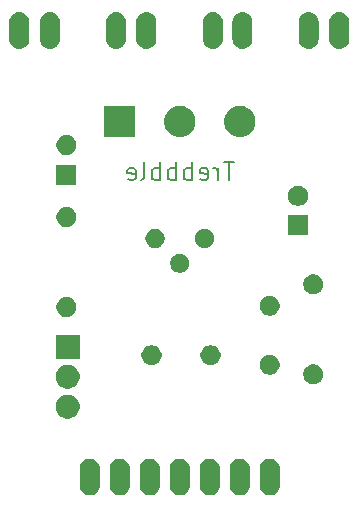
<source format=gbr>
G04 #@! TF.GenerationSoftware,KiCad,Pcbnew,(5.1.5-0-10_14)*
G04 #@! TF.CreationDate,2021-09-14T17:31:05+02:00*
G04 #@! TF.ProjectId,npnium,6e706e69-756d-42e6-9b69-6361645f7063,rev?*
G04 #@! TF.SameCoordinates,Original*
G04 #@! TF.FileFunction,Soldermask,Bot*
G04 #@! TF.FilePolarity,Negative*
%FSLAX46Y46*%
G04 Gerber Fmt 4.6, Leading zero omitted, Abs format (unit mm)*
G04 Created by KiCad (PCBNEW (5.1.5-0-10_14)) date 2021-09-14 17:31:05*
%MOMM*%
%LPD*%
G04 APERTURE LIST*
%ADD10C,0.180000*%
%ADD11C,0.100000*%
G04 APERTURE END LIST*
D10*
X104607142Y-81878571D02*
X103750000Y-81878571D01*
X104178571Y-83378571D02*
X104178571Y-81878571D01*
X103250000Y-83378571D02*
X103250000Y-82378571D01*
X103250000Y-82664285D02*
X103178571Y-82521428D01*
X103107142Y-82450000D01*
X102964285Y-82378571D01*
X102821428Y-82378571D01*
X101750000Y-83307142D02*
X101892857Y-83378571D01*
X102178571Y-83378571D01*
X102321428Y-83307142D01*
X102392857Y-83164285D01*
X102392857Y-82592857D01*
X102321428Y-82450000D01*
X102178571Y-82378571D01*
X101892857Y-82378571D01*
X101750000Y-82450000D01*
X101678571Y-82592857D01*
X101678571Y-82735714D01*
X102392857Y-82878571D01*
X101035714Y-83378571D02*
X101035714Y-81878571D01*
X101035714Y-82450000D02*
X100892857Y-82378571D01*
X100607142Y-82378571D01*
X100464285Y-82450000D01*
X100392857Y-82521428D01*
X100321428Y-82664285D01*
X100321428Y-83092857D01*
X100392857Y-83235714D01*
X100464285Y-83307142D01*
X100607142Y-83378571D01*
X100892857Y-83378571D01*
X101035714Y-83307142D01*
X99678571Y-83378571D02*
X99678571Y-81878571D01*
X99678571Y-82450000D02*
X99535714Y-82378571D01*
X99250000Y-82378571D01*
X99107142Y-82450000D01*
X99035714Y-82521428D01*
X98964285Y-82664285D01*
X98964285Y-83092857D01*
X99035714Y-83235714D01*
X99107142Y-83307142D01*
X99250000Y-83378571D01*
X99535714Y-83378571D01*
X99678571Y-83307142D01*
X98321428Y-83378571D02*
X98321428Y-81878571D01*
X98321428Y-82450000D02*
X98178571Y-82378571D01*
X97892857Y-82378571D01*
X97750000Y-82450000D01*
X97678571Y-82521428D01*
X97607142Y-82664285D01*
X97607142Y-83092857D01*
X97678571Y-83235714D01*
X97750000Y-83307142D01*
X97892857Y-83378571D01*
X98178571Y-83378571D01*
X98321428Y-83307142D01*
X96750000Y-83378571D02*
X96892857Y-83307142D01*
X96964285Y-83164285D01*
X96964285Y-81878571D01*
X95607142Y-83307142D02*
X95750000Y-83378571D01*
X96035714Y-83378571D01*
X96178571Y-83307142D01*
X96250000Y-83164285D01*
X96250000Y-82592857D01*
X96178571Y-82450000D01*
X96035714Y-82378571D01*
X95750000Y-82378571D01*
X95607142Y-82450000D01*
X95535714Y-82592857D01*
X95535714Y-82735714D01*
X96250000Y-82878571D01*
D11*
G36*
X92546822Y-106961313D02*
G01*
X92707241Y-107009976D01*
X92855077Y-107088995D01*
X92984659Y-107195341D01*
X93091004Y-107324922D01*
X93091005Y-107324924D01*
X93170024Y-107472758D01*
X93218687Y-107633177D01*
X93231000Y-107758196D01*
X93231000Y-109241804D01*
X93218687Y-109366823D01*
X93170024Y-109527242D01*
X93099114Y-109659906D01*
X93091004Y-109675078D01*
X92984659Y-109804659D01*
X92855078Y-109911004D01*
X92855076Y-109911005D01*
X92707242Y-109990024D01*
X92546823Y-110038687D01*
X92380000Y-110055117D01*
X92213178Y-110038687D01*
X92052759Y-109990024D01*
X91904925Y-109911005D01*
X91904923Y-109911004D01*
X91775342Y-109804659D01*
X91668997Y-109675078D01*
X91660887Y-109659906D01*
X91589977Y-109527242D01*
X91541314Y-109366823D01*
X91529001Y-109241804D01*
X91529000Y-107758197D01*
X91541313Y-107633178D01*
X91589976Y-107472759D01*
X91668995Y-107324923D01*
X91775341Y-107195341D01*
X91904922Y-107088996D01*
X91920094Y-107080886D01*
X92052758Y-107009976D01*
X92213177Y-106961313D01*
X92380000Y-106944883D01*
X92546822Y-106961313D01*
G37*
G36*
X95086822Y-106961313D02*
G01*
X95247241Y-107009976D01*
X95395077Y-107088995D01*
X95524659Y-107195341D01*
X95631004Y-107324922D01*
X95631005Y-107324924D01*
X95710024Y-107472758D01*
X95758687Y-107633177D01*
X95771000Y-107758196D01*
X95771000Y-109241804D01*
X95758687Y-109366823D01*
X95710024Y-109527242D01*
X95639114Y-109659906D01*
X95631004Y-109675078D01*
X95524659Y-109804659D01*
X95395078Y-109911004D01*
X95395076Y-109911005D01*
X95247242Y-109990024D01*
X95086823Y-110038687D01*
X94920000Y-110055117D01*
X94753178Y-110038687D01*
X94592759Y-109990024D01*
X94444925Y-109911005D01*
X94444923Y-109911004D01*
X94315342Y-109804659D01*
X94208997Y-109675078D01*
X94200887Y-109659906D01*
X94129977Y-109527242D01*
X94081314Y-109366823D01*
X94069001Y-109241804D01*
X94069000Y-107758197D01*
X94081313Y-107633178D01*
X94129976Y-107472759D01*
X94208995Y-107324923D01*
X94315341Y-107195341D01*
X94444922Y-107088996D01*
X94460094Y-107080886D01*
X94592758Y-107009976D01*
X94753177Y-106961313D01*
X94920000Y-106944883D01*
X95086822Y-106961313D01*
G37*
G36*
X97626822Y-106961313D02*
G01*
X97787241Y-107009976D01*
X97935077Y-107088995D01*
X98064659Y-107195341D01*
X98171004Y-107324922D01*
X98171005Y-107324924D01*
X98250024Y-107472758D01*
X98298687Y-107633177D01*
X98311000Y-107758196D01*
X98311000Y-109241804D01*
X98298687Y-109366823D01*
X98250024Y-109527242D01*
X98179114Y-109659906D01*
X98171004Y-109675078D01*
X98064659Y-109804659D01*
X97935078Y-109911004D01*
X97935076Y-109911005D01*
X97787242Y-109990024D01*
X97626823Y-110038687D01*
X97460000Y-110055117D01*
X97293178Y-110038687D01*
X97132759Y-109990024D01*
X96984925Y-109911005D01*
X96984923Y-109911004D01*
X96855342Y-109804659D01*
X96748997Y-109675078D01*
X96740887Y-109659906D01*
X96669977Y-109527242D01*
X96621314Y-109366823D01*
X96609001Y-109241804D01*
X96609000Y-107758197D01*
X96621313Y-107633178D01*
X96669976Y-107472759D01*
X96748995Y-107324923D01*
X96855341Y-107195341D01*
X96984922Y-107088996D01*
X97000094Y-107080886D01*
X97132758Y-107009976D01*
X97293177Y-106961313D01*
X97460000Y-106944883D01*
X97626822Y-106961313D01*
G37*
G36*
X100166822Y-106961313D02*
G01*
X100327241Y-107009976D01*
X100475077Y-107088995D01*
X100604659Y-107195341D01*
X100711004Y-107324922D01*
X100711005Y-107324924D01*
X100790024Y-107472758D01*
X100838687Y-107633177D01*
X100851000Y-107758196D01*
X100851000Y-109241804D01*
X100838687Y-109366823D01*
X100790024Y-109527242D01*
X100719114Y-109659906D01*
X100711004Y-109675078D01*
X100604659Y-109804659D01*
X100475078Y-109911004D01*
X100475076Y-109911005D01*
X100327242Y-109990024D01*
X100166823Y-110038687D01*
X100000000Y-110055117D01*
X99833178Y-110038687D01*
X99672759Y-109990024D01*
X99524925Y-109911005D01*
X99524923Y-109911004D01*
X99395342Y-109804659D01*
X99288997Y-109675078D01*
X99280887Y-109659906D01*
X99209977Y-109527242D01*
X99161314Y-109366823D01*
X99149001Y-109241804D01*
X99149000Y-107758197D01*
X99161313Y-107633178D01*
X99209976Y-107472759D01*
X99288995Y-107324923D01*
X99395341Y-107195341D01*
X99524922Y-107088996D01*
X99540094Y-107080886D01*
X99672758Y-107009976D01*
X99833177Y-106961313D01*
X100000000Y-106944883D01*
X100166822Y-106961313D01*
G37*
G36*
X102706822Y-106961313D02*
G01*
X102867241Y-107009976D01*
X103015077Y-107088995D01*
X103144659Y-107195341D01*
X103251004Y-107324922D01*
X103251005Y-107324924D01*
X103330024Y-107472758D01*
X103378687Y-107633177D01*
X103391000Y-107758196D01*
X103391000Y-109241804D01*
X103378687Y-109366823D01*
X103330024Y-109527242D01*
X103259114Y-109659906D01*
X103251004Y-109675078D01*
X103144659Y-109804659D01*
X103015078Y-109911004D01*
X103015076Y-109911005D01*
X102867242Y-109990024D01*
X102706823Y-110038687D01*
X102540000Y-110055117D01*
X102373178Y-110038687D01*
X102212759Y-109990024D01*
X102064925Y-109911005D01*
X102064923Y-109911004D01*
X101935342Y-109804659D01*
X101828997Y-109675078D01*
X101820887Y-109659906D01*
X101749977Y-109527242D01*
X101701314Y-109366823D01*
X101689001Y-109241804D01*
X101689000Y-107758197D01*
X101701313Y-107633178D01*
X101749976Y-107472759D01*
X101828995Y-107324923D01*
X101935341Y-107195341D01*
X102064922Y-107088996D01*
X102080094Y-107080886D01*
X102212758Y-107009976D01*
X102373177Y-106961313D01*
X102540000Y-106944883D01*
X102706822Y-106961313D01*
G37*
G36*
X105246822Y-106961313D02*
G01*
X105407241Y-107009976D01*
X105555077Y-107088995D01*
X105684659Y-107195341D01*
X105791004Y-107324922D01*
X105791005Y-107324924D01*
X105870024Y-107472758D01*
X105918687Y-107633177D01*
X105931000Y-107758196D01*
X105931000Y-109241804D01*
X105918687Y-109366823D01*
X105870024Y-109527242D01*
X105799114Y-109659906D01*
X105791004Y-109675078D01*
X105684659Y-109804659D01*
X105555078Y-109911004D01*
X105555076Y-109911005D01*
X105407242Y-109990024D01*
X105246823Y-110038687D01*
X105080000Y-110055117D01*
X104913178Y-110038687D01*
X104752759Y-109990024D01*
X104604925Y-109911005D01*
X104604923Y-109911004D01*
X104475342Y-109804659D01*
X104368997Y-109675078D01*
X104360887Y-109659906D01*
X104289977Y-109527242D01*
X104241314Y-109366823D01*
X104229001Y-109241804D01*
X104229000Y-107758197D01*
X104241313Y-107633178D01*
X104289976Y-107472759D01*
X104368995Y-107324923D01*
X104475341Y-107195341D01*
X104604922Y-107088996D01*
X104620094Y-107080886D01*
X104752758Y-107009976D01*
X104913177Y-106961313D01*
X105080000Y-106944883D01*
X105246822Y-106961313D01*
G37*
G36*
X107786822Y-106961313D02*
G01*
X107947241Y-107009976D01*
X108095077Y-107088995D01*
X108224659Y-107195341D01*
X108331004Y-107324922D01*
X108331005Y-107324924D01*
X108410024Y-107472758D01*
X108458687Y-107633177D01*
X108471000Y-107758196D01*
X108471000Y-109241804D01*
X108458687Y-109366823D01*
X108410024Y-109527242D01*
X108339114Y-109659906D01*
X108331004Y-109675078D01*
X108224659Y-109804659D01*
X108095078Y-109911004D01*
X108095076Y-109911005D01*
X107947242Y-109990024D01*
X107786823Y-110038687D01*
X107620000Y-110055117D01*
X107453178Y-110038687D01*
X107292759Y-109990024D01*
X107144925Y-109911005D01*
X107144923Y-109911004D01*
X107015342Y-109804659D01*
X106908997Y-109675078D01*
X106900887Y-109659906D01*
X106829977Y-109527242D01*
X106781314Y-109366823D01*
X106769001Y-109241804D01*
X106769000Y-107758197D01*
X106781313Y-107633178D01*
X106829976Y-107472759D01*
X106908995Y-107324923D01*
X107015341Y-107195341D01*
X107144922Y-107088996D01*
X107160094Y-107080886D01*
X107292758Y-107009976D01*
X107453177Y-106961313D01*
X107620000Y-106944883D01*
X107786822Y-106961313D01*
G37*
G36*
X90796415Y-101562851D02*
G01*
X90981350Y-101639454D01*
X90981351Y-101639455D01*
X91147790Y-101750666D01*
X91289334Y-101892210D01*
X91289335Y-101892212D01*
X91400546Y-102058650D01*
X91477149Y-102243585D01*
X91516200Y-102439912D01*
X91516200Y-102640088D01*
X91477149Y-102836415D01*
X91400546Y-103021350D01*
X91400545Y-103021351D01*
X91289334Y-103187790D01*
X91147790Y-103329334D01*
X91064004Y-103385318D01*
X90981350Y-103440546D01*
X90796415Y-103517149D01*
X90600088Y-103556200D01*
X90399912Y-103556200D01*
X90203585Y-103517149D01*
X90018650Y-103440546D01*
X89935996Y-103385318D01*
X89852210Y-103329334D01*
X89710666Y-103187790D01*
X89599455Y-103021351D01*
X89599454Y-103021350D01*
X89522851Y-102836415D01*
X89483800Y-102640088D01*
X89483800Y-102439912D01*
X89522851Y-102243585D01*
X89599454Y-102058650D01*
X89710665Y-101892212D01*
X89710666Y-101892210D01*
X89852210Y-101750666D01*
X90018649Y-101639455D01*
X90018650Y-101639454D01*
X90203585Y-101562851D01*
X90399912Y-101523800D01*
X90600088Y-101523800D01*
X90796415Y-101562851D01*
G37*
G36*
X90796415Y-99022851D02*
G01*
X90981350Y-99099454D01*
X90981351Y-99099455D01*
X91147790Y-99210666D01*
X91289334Y-99352210D01*
X91332558Y-99416900D01*
X91400546Y-99518650D01*
X91477149Y-99703585D01*
X91516200Y-99899912D01*
X91516200Y-100100088D01*
X91477149Y-100296415D01*
X91400546Y-100481350D01*
X91400545Y-100481351D01*
X91289334Y-100647790D01*
X91147790Y-100789334D01*
X91064004Y-100845318D01*
X90981350Y-100900546D01*
X90796415Y-100977149D01*
X90600088Y-101016200D01*
X90399912Y-101016200D01*
X90203585Y-100977149D01*
X90018650Y-100900546D01*
X89935996Y-100845318D01*
X89852210Y-100789334D01*
X89710666Y-100647790D01*
X89599455Y-100481351D01*
X89599454Y-100481350D01*
X89522851Y-100296415D01*
X89483800Y-100100088D01*
X89483800Y-99899912D01*
X89522851Y-99703585D01*
X89599454Y-99518650D01*
X89667442Y-99416900D01*
X89710666Y-99352210D01*
X89852210Y-99210666D01*
X90018649Y-99099455D01*
X90018650Y-99099454D01*
X90203585Y-99022851D01*
X90399912Y-98983800D01*
X90600088Y-98983800D01*
X90796415Y-99022851D01*
G37*
G36*
X111548228Y-99001703D02*
G01*
X111703100Y-99065853D01*
X111842481Y-99158985D01*
X111961015Y-99277519D01*
X112054147Y-99416900D01*
X112118297Y-99571772D01*
X112151000Y-99736184D01*
X112151000Y-99903816D01*
X112118297Y-100068228D01*
X112054147Y-100223100D01*
X111961015Y-100362481D01*
X111842481Y-100481015D01*
X111703100Y-100574147D01*
X111548228Y-100638297D01*
X111383816Y-100671000D01*
X111216184Y-100671000D01*
X111051772Y-100638297D01*
X110896900Y-100574147D01*
X110757519Y-100481015D01*
X110638985Y-100362481D01*
X110545853Y-100223100D01*
X110481703Y-100068228D01*
X110449000Y-99903816D01*
X110449000Y-99736184D01*
X110481703Y-99571772D01*
X110545853Y-99416900D01*
X110638985Y-99277519D01*
X110757519Y-99158985D01*
X110896900Y-99065853D01*
X111051772Y-99001703D01*
X111216184Y-98969000D01*
X111383816Y-98969000D01*
X111548228Y-99001703D01*
G37*
G36*
X107848228Y-98181703D02*
G01*
X108003100Y-98245853D01*
X108142481Y-98338985D01*
X108261015Y-98457519D01*
X108354147Y-98596900D01*
X108418297Y-98751772D01*
X108451000Y-98916184D01*
X108451000Y-99083816D01*
X108418297Y-99248228D01*
X108354147Y-99403100D01*
X108261015Y-99542481D01*
X108142481Y-99661015D01*
X108003100Y-99754147D01*
X107848228Y-99818297D01*
X107683816Y-99851000D01*
X107516184Y-99851000D01*
X107351772Y-99818297D01*
X107196900Y-99754147D01*
X107057519Y-99661015D01*
X106938985Y-99542481D01*
X106845853Y-99403100D01*
X106781703Y-99248228D01*
X106749000Y-99083816D01*
X106749000Y-98916184D01*
X106781703Y-98751772D01*
X106845853Y-98596900D01*
X106938985Y-98457519D01*
X107057519Y-98338985D01*
X107196900Y-98245853D01*
X107351772Y-98181703D01*
X107516184Y-98149000D01*
X107683816Y-98149000D01*
X107848228Y-98181703D01*
G37*
G36*
X97848228Y-97381703D02*
G01*
X98003100Y-97445853D01*
X98142481Y-97538985D01*
X98261015Y-97657519D01*
X98354147Y-97796900D01*
X98418297Y-97951772D01*
X98451000Y-98116184D01*
X98451000Y-98283816D01*
X98418297Y-98448228D01*
X98354147Y-98603100D01*
X98261015Y-98742481D01*
X98142481Y-98861015D01*
X98003100Y-98954147D01*
X97848228Y-99018297D01*
X97683816Y-99051000D01*
X97516184Y-99051000D01*
X97351772Y-99018297D01*
X97196900Y-98954147D01*
X97057519Y-98861015D01*
X96938985Y-98742481D01*
X96845853Y-98603100D01*
X96781703Y-98448228D01*
X96749000Y-98283816D01*
X96749000Y-98116184D01*
X96781703Y-97951772D01*
X96845853Y-97796900D01*
X96938985Y-97657519D01*
X97057519Y-97538985D01*
X97196900Y-97445853D01*
X97351772Y-97381703D01*
X97516184Y-97349000D01*
X97683816Y-97349000D01*
X97848228Y-97381703D01*
G37*
G36*
X102848228Y-97381703D02*
G01*
X103003100Y-97445853D01*
X103142481Y-97538985D01*
X103261015Y-97657519D01*
X103354147Y-97796900D01*
X103418297Y-97951772D01*
X103451000Y-98116184D01*
X103451000Y-98283816D01*
X103418297Y-98448228D01*
X103354147Y-98603100D01*
X103261015Y-98742481D01*
X103142481Y-98861015D01*
X103003100Y-98954147D01*
X102848228Y-99018297D01*
X102683816Y-99051000D01*
X102516184Y-99051000D01*
X102351772Y-99018297D01*
X102196900Y-98954147D01*
X102057519Y-98861015D01*
X101938985Y-98742481D01*
X101845853Y-98603100D01*
X101781703Y-98448228D01*
X101749000Y-98283816D01*
X101749000Y-98116184D01*
X101781703Y-97951772D01*
X101845853Y-97796900D01*
X101938985Y-97657519D01*
X102057519Y-97538985D01*
X102196900Y-97445853D01*
X102351772Y-97381703D01*
X102516184Y-97349000D01*
X102683816Y-97349000D01*
X102848228Y-97381703D01*
G37*
G36*
X91516200Y-98476200D02*
G01*
X89483800Y-98476200D01*
X89483800Y-96443800D01*
X91516200Y-96443800D01*
X91516200Y-98476200D01*
G37*
G36*
X90648228Y-93301703D02*
G01*
X90803100Y-93365853D01*
X90942481Y-93458985D01*
X91061015Y-93577519D01*
X91154147Y-93716900D01*
X91218297Y-93871772D01*
X91251000Y-94036184D01*
X91251000Y-94203816D01*
X91218297Y-94368228D01*
X91154147Y-94523100D01*
X91061015Y-94662481D01*
X90942481Y-94781015D01*
X90803100Y-94874147D01*
X90648228Y-94938297D01*
X90483816Y-94971000D01*
X90316184Y-94971000D01*
X90151772Y-94938297D01*
X89996900Y-94874147D01*
X89857519Y-94781015D01*
X89738985Y-94662481D01*
X89645853Y-94523100D01*
X89581703Y-94368228D01*
X89549000Y-94203816D01*
X89549000Y-94036184D01*
X89581703Y-93871772D01*
X89645853Y-93716900D01*
X89738985Y-93577519D01*
X89857519Y-93458985D01*
X89996900Y-93365853D01*
X90151772Y-93301703D01*
X90316184Y-93269000D01*
X90483816Y-93269000D01*
X90648228Y-93301703D01*
G37*
G36*
X107848228Y-93181703D02*
G01*
X108003100Y-93245853D01*
X108142481Y-93338985D01*
X108261015Y-93457519D01*
X108354147Y-93596900D01*
X108418297Y-93751772D01*
X108451000Y-93916184D01*
X108451000Y-94083816D01*
X108418297Y-94248228D01*
X108354147Y-94403100D01*
X108261015Y-94542481D01*
X108142481Y-94661015D01*
X108003100Y-94754147D01*
X107848228Y-94818297D01*
X107683816Y-94851000D01*
X107516184Y-94851000D01*
X107351772Y-94818297D01*
X107196900Y-94754147D01*
X107057519Y-94661015D01*
X106938985Y-94542481D01*
X106845853Y-94403100D01*
X106781703Y-94248228D01*
X106749000Y-94083816D01*
X106749000Y-93916184D01*
X106781703Y-93751772D01*
X106845853Y-93596900D01*
X106938985Y-93457519D01*
X107057519Y-93338985D01*
X107196900Y-93245853D01*
X107351772Y-93181703D01*
X107516184Y-93149000D01*
X107683816Y-93149000D01*
X107848228Y-93181703D01*
G37*
G36*
X111548228Y-91381703D02*
G01*
X111703100Y-91445853D01*
X111842481Y-91538985D01*
X111961015Y-91657519D01*
X112054147Y-91796900D01*
X112118297Y-91951772D01*
X112151000Y-92116184D01*
X112151000Y-92283816D01*
X112118297Y-92448228D01*
X112054147Y-92603100D01*
X111961015Y-92742481D01*
X111842481Y-92861015D01*
X111703100Y-92954147D01*
X111548228Y-93018297D01*
X111383816Y-93051000D01*
X111216184Y-93051000D01*
X111051772Y-93018297D01*
X110896900Y-92954147D01*
X110757519Y-92861015D01*
X110638985Y-92742481D01*
X110545853Y-92603100D01*
X110481703Y-92448228D01*
X110449000Y-92283816D01*
X110449000Y-92116184D01*
X110481703Y-91951772D01*
X110545853Y-91796900D01*
X110638985Y-91657519D01*
X110757519Y-91538985D01*
X110896900Y-91445853D01*
X111051772Y-91381703D01*
X111216184Y-91349000D01*
X111383816Y-91349000D01*
X111548228Y-91381703D01*
G37*
G36*
X100237142Y-89618242D02*
G01*
X100385101Y-89679529D01*
X100518255Y-89768499D01*
X100631501Y-89881745D01*
X100720471Y-90014899D01*
X100781758Y-90162858D01*
X100813000Y-90319925D01*
X100813000Y-90480075D01*
X100781758Y-90637142D01*
X100720471Y-90785101D01*
X100631501Y-90918255D01*
X100518255Y-91031501D01*
X100385101Y-91120471D01*
X100237142Y-91181758D01*
X100080075Y-91213000D01*
X99919925Y-91213000D01*
X99762858Y-91181758D01*
X99614899Y-91120471D01*
X99481745Y-91031501D01*
X99368499Y-90918255D01*
X99279529Y-90785101D01*
X99218242Y-90637142D01*
X99187000Y-90480075D01*
X99187000Y-90319925D01*
X99218242Y-90162858D01*
X99279529Y-90014899D01*
X99368499Y-89881745D01*
X99481745Y-89768499D01*
X99614899Y-89679529D01*
X99762858Y-89618242D01*
X99919925Y-89587000D01*
X100080075Y-89587000D01*
X100237142Y-89618242D01*
G37*
G36*
X102337142Y-87518242D02*
G01*
X102485101Y-87579529D01*
X102618255Y-87668499D01*
X102731501Y-87781745D01*
X102820471Y-87914899D01*
X102881758Y-88062858D01*
X102913000Y-88219925D01*
X102913000Y-88380075D01*
X102881758Y-88537142D01*
X102820471Y-88685101D01*
X102731501Y-88818255D01*
X102618255Y-88931501D01*
X102485101Y-89020471D01*
X102337142Y-89081758D01*
X102180075Y-89113000D01*
X102019925Y-89113000D01*
X101862858Y-89081758D01*
X101714899Y-89020471D01*
X101581745Y-88931501D01*
X101468499Y-88818255D01*
X101379529Y-88685101D01*
X101318242Y-88537142D01*
X101287000Y-88380075D01*
X101287000Y-88219925D01*
X101318242Y-88062858D01*
X101379529Y-87914899D01*
X101468499Y-87781745D01*
X101581745Y-87668499D01*
X101714899Y-87579529D01*
X101862858Y-87518242D01*
X102019925Y-87487000D01*
X102180075Y-87487000D01*
X102337142Y-87518242D01*
G37*
G36*
X98137142Y-87518242D02*
G01*
X98285101Y-87579529D01*
X98418255Y-87668499D01*
X98531501Y-87781745D01*
X98620471Y-87914899D01*
X98681758Y-88062858D01*
X98713000Y-88219925D01*
X98713000Y-88380075D01*
X98681758Y-88537142D01*
X98620471Y-88685101D01*
X98531501Y-88818255D01*
X98418255Y-88931501D01*
X98285101Y-89020471D01*
X98137142Y-89081758D01*
X97980075Y-89113000D01*
X97819925Y-89113000D01*
X97662858Y-89081758D01*
X97514899Y-89020471D01*
X97381745Y-88931501D01*
X97268499Y-88818255D01*
X97179529Y-88685101D01*
X97118242Y-88537142D01*
X97087000Y-88380075D01*
X97087000Y-88219925D01*
X97118242Y-88062858D01*
X97179529Y-87914899D01*
X97268499Y-87781745D01*
X97381745Y-87668499D01*
X97514899Y-87579529D01*
X97662858Y-87518242D01*
X97819925Y-87487000D01*
X97980075Y-87487000D01*
X98137142Y-87518242D01*
G37*
G36*
X110851000Y-88051000D02*
G01*
X109149000Y-88051000D01*
X109149000Y-86349000D01*
X110851000Y-86349000D01*
X110851000Y-88051000D01*
G37*
G36*
X90648228Y-85681703D02*
G01*
X90803100Y-85745853D01*
X90942481Y-85838985D01*
X91061015Y-85957519D01*
X91154147Y-86096900D01*
X91218297Y-86251772D01*
X91251000Y-86416184D01*
X91251000Y-86583816D01*
X91218297Y-86748228D01*
X91154147Y-86903100D01*
X91061015Y-87042481D01*
X90942481Y-87161015D01*
X90803100Y-87254147D01*
X90648228Y-87318297D01*
X90483816Y-87351000D01*
X90316184Y-87351000D01*
X90151772Y-87318297D01*
X89996900Y-87254147D01*
X89857519Y-87161015D01*
X89738985Y-87042481D01*
X89645853Y-86903100D01*
X89581703Y-86748228D01*
X89549000Y-86583816D01*
X89549000Y-86416184D01*
X89581703Y-86251772D01*
X89645853Y-86096900D01*
X89738985Y-85957519D01*
X89857519Y-85838985D01*
X89996900Y-85745853D01*
X90151772Y-85681703D01*
X90316184Y-85649000D01*
X90483816Y-85649000D01*
X90648228Y-85681703D01*
G37*
G36*
X110248228Y-83881703D02*
G01*
X110403100Y-83945853D01*
X110542481Y-84038985D01*
X110661015Y-84157519D01*
X110754147Y-84296900D01*
X110818297Y-84451772D01*
X110851000Y-84616184D01*
X110851000Y-84783816D01*
X110818297Y-84948228D01*
X110754147Y-85103100D01*
X110661015Y-85242481D01*
X110542481Y-85361015D01*
X110403100Y-85454147D01*
X110248228Y-85518297D01*
X110083816Y-85551000D01*
X109916184Y-85551000D01*
X109751772Y-85518297D01*
X109596900Y-85454147D01*
X109457519Y-85361015D01*
X109338985Y-85242481D01*
X109245853Y-85103100D01*
X109181703Y-84948228D01*
X109149000Y-84783816D01*
X109149000Y-84616184D01*
X109181703Y-84451772D01*
X109245853Y-84296900D01*
X109338985Y-84157519D01*
X109457519Y-84038985D01*
X109596900Y-83945853D01*
X109751772Y-83881703D01*
X109916184Y-83849000D01*
X110083816Y-83849000D01*
X110248228Y-83881703D01*
G37*
G36*
X91251000Y-83751000D02*
G01*
X89549000Y-83751000D01*
X89549000Y-82049000D01*
X91251000Y-82049000D01*
X91251000Y-83751000D01*
G37*
G36*
X90648228Y-79581703D02*
G01*
X90803100Y-79645853D01*
X90942481Y-79738985D01*
X91061015Y-79857519D01*
X91154147Y-79996900D01*
X91218297Y-80151772D01*
X91251000Y-80316184D01*
X91251000Y-80483816D01*
X91218297Y-80648228D01*
X91154147Y-80803100D01*
X91061015Y-80942481D01*
X90942481Y-81061015D01*
X90803100Y-81154147D01*
X90648228Y-81218297D01*
X90483816Y-81251000D01*
X90316184Y-81251000D01*
X90151772Y-81218297D01*
X89996900Y-81154147D01*
X89857519Y-81061015D01*
X89738985Y-80942481D01*
X89645853Y-80803100D01*
X89581703Y-80648228D01*
X89549000Y-80483816D01*
X89549000Y-80316184D01*
X89581703Y-80151772D01*
X89645853Y-79996900D01*
X89738985Y-79857519D01*
X89857519Y-79738985D01*
X89996900Y-79645853D01*
X90151772Y-79581703D01*
X90316184Y-79549000D01*
X90483816Y-79549000D01*
X90648228Y-79581703D01*
G37*
G36*
X96241000Y-79721000D02*
G01*
X93599000Y-79721000D01*
X93599000Y-77079000D01*
X96241000Y-77079000D01*
X96241000Y-79721000D01*
G37*
G36*
X100257715Y-77104383D02*
G01*
X100385322Y-77129765D01*
X100526148Y-77188097D01*
X100625727Y-77229344D01*
X100625728Y-77229345D01*
X100842089Y-77373912D01*
X101026088Y-77557911D01*
X101122685Y-77702479D01*
X101170656Y-77774273D01*
X101211903Y-77873852D01*
X101270235Y-78014678D01*
X101321000Y-78269893D01*
X101321000Y-78530107D01*
X101270235Y-78785322D01*
X101211903Y-78926148D01*
X101170656Y-79025727D01*
X101170655Y-79025728D01*
X101026088Y-79242089D01*
X100842089Y-79426088D01*
X100697521Y-79522685D01*
X100625727Y-79570656D01*
X100526148Y-79611903D01*
X100385322Y-79670235D01*
X100257715Y-79695617D01*
X100130109Y-79721000D01*
X99869891Y-79721000D01*
X99742285Y-79695617D01*
X99614678Y-79670235D01*
X99473852Y-79611903D01*
X99374273Y-79570656D01*
X99302479Y-79522685D01*
X99157911Y-79426088D01*
X98973912Y-79242089D01*
X98829345Y-79025728D01*
X98829344Y-79025727D01*
X98788097Y-78926148D01*
X98729765Y-78785322D01*
X98679000Y-78530107D01*
X98679000Y-78269893D01*
X98729765Y-78014678D01*
X98788097Y-77873852D01*
X98829344Y-77774273D01*
X98877315Y-77702479D01*
X98973912Y-77557911D01*
X99157911Y-77373912D01*
X99374272Y-77229345D01*
X99374273Y-77229344D01*
X99473852Y-77188097D01*
X99614678Y-77129765D01*
X99742285Y-77104383D01*
X99869891Y-77079000D01*
X100130109Y-77079000D01*
X100257715Y-77104383D01*
G37*
G36*
X105337715Y-77104383D02*
G01*
X105465322Y-77129765D01*
X105606148Y-77188097D01*
X105705727Y-77229344D01*
X105705728Y-77229345D01*
X105922089Y-77373912D01*
X106106088Y-77557911D01*
X106202685Y-77702479D01*
X106250656Y-77774273D01*
X106291903Y-77873852D01*
X106350235Y-78014678D01*
X106401000Y-78269893D01*
X106401000Y-78530107D01*
X106350235Y-78785322D01*
X106291903Y-78926148D01*
X106250656Y-79025727D01*
X106250655Y-79025728D01*
X106106088Y-79242089D01*
X105922089Y-79426088D01*
X105777521Y-79522685D01*
X105705727Y-79570656D01*
X105606148Y-79611903D01*
X105465322Y-79670235D01*
X105337715Y-79695617D01*
X105210109Y-79721000D01*
X104949891Y-79721000D01*
X104822285Y-79695617D01*
X104694678Y-79670235D01*
X104553852Y-79611903D01*
X104454273Y-79570656D01*
X104382479Y-79522685D01*
X104237911Y-79426088D01*
X104053912Y-79242089D01*
X103909345Y-79025728D01*
X103909344Y-79025727D01*
X103868097Y-78926148D01*
X103809765Y-78785322D01*
X103759000Y-78530107D01*
X103759000Y-78269893D01*
X103809765Y-78014678D01*
X103868097Y-77873852D01*
X103909344Y-77774273D01*
X103957315Y-77702479D01*
X104053912Y-77557911D01*
X104237911Y-77373912D01*
X104454272Y-77229345D01*
X104454273Y-77229344D01*
X104553852Y-77188097D01*
X104694678Y-77129765D01*
X104822285Y-77104383D01*
X104949891Y-77079000D01*
X105210109Y-77079000D01*
X105337715Y-77104383D01*
G37*
G36*
X94766822Y-69161313D02*
G01*
X94927241Y-69209976D01*
X95075077Y-69288995D01*
X95204659Y-69395341D01*
X95311004Y-69524922D01*
X95311005Y-69524924D01*
X95390024Y-69672758D01*
X95438687Y-69833177D01*
X95451000Y-69958196D01*
X95451000Y-71441804D01*
X95438687Y-71566823D01*
X95390024Y-71727242D01*
X95319114Y-71859906D01*
X95311004Y-71875078D01*
X95204659Y-72004659D01*
X95075078Y-72111004D01*
X95075076Y-72111005D01*
X94927242Y-72190024D01*
X94766823Y-72238687D01*
X94600000Y-72255117D01*
X94433178Y-72238687D01*
X94272759Y-72190024D01*
X94124925Y-72111005D01*
X94124923Y-72111004D01*
X93995342Y-72004659D01*
X93888997Y-71875078D01*
X93880887Y-71859906D01*
X93809977Y-71727242D01*
X93761314Y-71566823D01*
X93749001Y-71441804D01*
X93749000Y-69958197D01*
X93761313Y-69833178D01*
X93809976Y-69672759D01*
X93888995Y-69524923D01*
X93995341Y-69395341D01*
X94124922Y-69288996D01*
X94140094Y-69280886D01*
X94272758Y-69209976D01*
X94433177Y-69161313D01*
X94600000Y-69144883D01*
X94766822Y-69161313D01*
G37*
G36*
X113666822Y-69161313D02*
G01*
X113827241Y-69209976D01*
X113975077Y-69288995D01*
X114104659Y-69395341D01*
X114211004Y-69524922D01*
X114211005Y-69524924D01*
X114290024Y-69672758D01*
X114338687Y-69833177D01*
X114351000Y-69958196D01*
X114351000Y-71441804D01*
X114338687Y-71566823D01*
X114290024Y-71727242D01*
X114219114Y-71859906D01*
X114211004Y-71875078D01*
X114104659Y-72004659D01*
X113975078Y-72111004D01*
X113975076Y-72111005D01*
X113827242Y-72190024D01*
X113666823Y-72238687D01*
X113500000Y-72255117D01*
X113333178Y-72238687D01*
X113172759Y-72190024D01*
X113024925Y-72111005D01*
X113024923Y-72111004D01*
X112895342Y-72004659D01*
X112788997Y-71875078D01*
X112780887Y-71859906D01*
X112709977Y-71727242D01*
X112661314Y-71566823D01*
X112649001Y-71441804D01*
X112649000Y-69958197D01*
X112661313Y-69833178D01*
X112709976Y-69672759D01*
X112788995Y-69524923D01*
X112895341Y-69395341D01*
X113024922Y-69288996D01*
X113040094Y-69280886D01*
X113172758Y-69209976D01*
X113333177Y-69161313D01*
X113500000Y-69144883D01*
X113666822Y-69161313D01*
G37*
G36*
X111066822Y-69161313D02*
G01*
X111227241Y-69209976D01*
X111375077Y-69288995D01*
X111504659Y-69395341D01*
X111611004Y-69524922D01*
X111611005Y-69524924D01*
X111690024Y-69672758D01*
X111738687Y-69833177D01*
X111751000Y-69958196D01*
X111751000Y-71441804D01*
X111738687Y-71566823D01*
X111690024Y-71727242D01*
X111619114Y-71859906D01*
X111611004Y-71875078D01*
X111504659Y-72004659D01*
X111375078Y-72111004D01*
X111375076Y-72111005D01*
X111227242Y-72190024D01*
X111066823Y-72238687D01*
X110900000Y-72255117D01*
X110733178Y-72238687D01*
X110572759Y-72190024D01*
X110424925Y-72111005D01*
X110424923Y-72111004D01*
X110295342Y-72004659D01*
X110188997Y-71875078D01*
X110180887Y-71859906D01*
X110109977Y-71727242D01*
X110061314Y-71566823D01*
X110049001Y-71441804D01*
X110049000Y-69958197D01*
X110061313Y-69833178D01*
X110109976Y-69672759D01*
X110188995Y-69524923D01*
X110295341Y-69395341D01*
X110424922Y-69288996D01*
X110440094Y-69280886D01*
X110572758Y-69209976D01*
X110733177Y-69161313D01*
X110900000Y-69144883D01*
X111066822Y-69161313D01*
G37*
G36*
X105466822Y-69161313D02*
G01*
X105627241Y-69209976D01*
X105775077Y-69288995D01*
X105904659Y-69395341D01*
X106011004Y-69524922D01*
X106011005Y-69524924D01*
X106090024Y-69672758D01*
X106138687Y-69833177D01*
X106151000Y-69958196D01*
X106151000Y-71441804D01*
X106138687Y-71566823D01*
X106090024Y-71727242D01*
X106019114Y-71859906D01*
X106011004Y-71875078D01*
X105904659Y-72004659D01*
X105775078Y-72111004D01*
X105775076Y-72111005D01*
X105627242Y-72190024D01*
X105466823Y-72238687D01*
X105300000Y-72255117D01*
X105133178Y-72238687D01*
X104972759Y-72190024D01*
X104824925Y-72111005D01*
X104824923Y-72111004D01*
X104695342Y-72004659D01*
X104588997Y-71875078D01*
X104580887Y-71859906D01*
X104509977Y-71727242D01*
X104461314Y-71566823D01*
X104449001Y-71441804D01*
X104449000Y-69958197D01*
X104461313Y-69833178D01*
X104509976Y-69672759D01*
X104588995Y-69524923D01*
X104695341Y-69395341D01*
X104824922Y-69288996D01*
X104840094Y-69280886D01*
X104972758Y-69209976D01*
X105133177Y-69161313D01*
X105300000Y-69144883D01*
X105466822Y-69161313D01*
G37*
G36*
X102966822Y-69161313D02*
G01*
X103127241Y-69209976D01*
X103275077Y-69288995D01*
X103404659Y-69395341D01*
X103511004Y-69524922D01*
X103511005Y-69524924D01*
X103590024Y-69672758D01*
X103638687Y-69833177D01*
X103651000Y-69958196D01*
X103651000Y-71441804D01*
X103638687Y-71566823D01*
X103590024Y-71727242D01*
X103519114Y-71859906D01*
X103511004Y-71875078D01*
X103404659Y-72004659D01*
X103275078Y-72111004D01*
X103275076Y-72111005D01*
X103127242Y-72190024D01*
X102966823Y-72238687D01*
X102800000Y-72255117D01*
X102633178Y-72238687D01*
X102472759Y-72190024D01*
X102324925Y-72111005D01*
X102324923Y-72111004D01*
X102195342Y-72004659D01*
X102088997Y-71875078D01*
X102080887Y-71859906D01*
X102009977Y-71727242D01*
X101961314Y-71566823D01*
X101949001Y-71441804D01*
X101949000Y-69958197D01*
X101961313Y-69833178D01*
X102009976Y-69672759D01*
X102088995Y-69524923D01*
X102195341Y-69395341D01*
X102324922Y-69288996D01*
X102340094Y-69280886D01*
X102472758Y-69209976D01*
X102633177Y-69161313D01*
X102800000Y-69144883D01*
X102966822Y-69161313D01*
G37*
G36*
X97336822Y-69161313D02*
G01*
X97497241Y-69209976D01*
X97645077Y-69288995D01*
X97774659Y-69395341D01*
X97881004Y-69524922D01*
X97881005Y-69524924D01*
X97960024Y-69672758D01*
X98008687Y-69833177D01*
X98021000Y-69958196D01*
X98021000Y-71441804D01*
X98008687Y-71566823D01*
X97960024Y-71727242D01*
X97889114Y-71859906D01*
X97881004Y-71875078D01*
X97774659Y-72004659D01*
X97645078Y-72111004D01*
X97645076Y-72111005D01*
X97497242Y-72190024D01*
X97336823Y-72238687D01*
X97170000Y-72255117D01*
X97003178Y-72238687D01*
X96842759Y-72190024D01*
X96694925Y-72111005D01*
X96694923Y-72111004D01*
X96565342Y-72004659D01*
X96458997Y-71875078D01*
X96450887Y-71859906D01*
X96379977Y-71727242D01*
X96331314Y-71566823D01*
X96319001Y-71441804D01*
X96319000Y-69958197D01*
X96331313Y-69833178D01*
X96379976Y-69672759D01*
X96458995Y-69524923D01*
X96565341Y-69395341D01*
X96694922Y-69288996D01*
X96710094Y-69280886D01*
X96842758Y-69209976D01*
X97003177Y-69161313D01*
X97170000Y-69144883D01*
X97336822Y-69161313D01*
G37*
G36*
X89166822Y-69161313D02*
G01*
X89327241Y-69209976D01*
X89475077Y-69288995D01*
X89604659Y-69395341D01*
X89711004Y-69524922D01*
X89711005Y-69524924D01*
X89790024Y-69672758D01*
X89838687Y-69833177D01*
X89851000Y-69958196D01*
X89851000Y-71441804D01*
X89838687Y-71566823D01*
X89790024Y-71727242D01*
X89719114Y-71859906D01*
X89711004Y-71875078D01*
X89604659Y-72004659D01*
X89475078Y-72111004D01*
X89475076Y-72111005D01*
X89327242Y-72190024D01*
X89166823Y-72238687D01*
X89000000Y-72255117D01*
X88833178Y-72238687D01*
X88672759Y-72190024D01*
X88524925Y-72111005D01*
X88524923Y-72111004D01*
X88395342Y-72004659D01*
X88288997Y-71875078D01*
X88280887Y-71859906D01*
X88209977Y-71727242D01*
X88161314Y-71566823D01*
X88149001Y-71441804D01*
X88149000Y-69958197D01*
X88161313Y-69833178D01*
X88209976Y-69672759D01*
X88288995Y-69524923D01*
X88395341Y-69395341D01*
X88524922Y-69288996D01*
X88540094Y-69280886D01*
X88672758Y-69209976D01*
X88833177Y-69161313D01*
X89000000Y-69144883D01*
X89166822Y-69161313D01*
G37*
G36*
X86566822Y-69161313D02*
G01*
X86727241Y-69209976D01*
X86875077Y-69288995D01*
X87004659Y-69395341D01*
X87111004Y-69524922D01*
X87111005Y-69524924D01*
X87190024Y-69672758D01*
X87238687Y-69833177D01*
X87251000Y-69958196D01*
X87251000Y-71441804D01*
X87238687Y-71566823D01*
X87190024Y-71727242D01*
X87119114Y-71859906D01*
X87111004Y-71875078D01*
X87004659Y-72004659D01*
X86875078Y-72111004D01*
X86875076Y-72111005D01*
X86727242Y-72190024D01*
X86566823Y-72238687D01*
X86400000Y-72255117D01*
X86233178Y-72238687D01*
X86072759Y-72190024D01*
X85924925Y-72111005D01*
X85924923Y-72111004D01*
X85795342Y-72004659D01*
X85688997Y-71875078D01*
X85680887Y-71859906D01*
X85609977Y-71727242D01*
X85561314Y-71566823D01*
X85549001Y-71441804D01*
X85549000Y-69958197D01*
X85561313Y-69833178D01*
X85609976Y-69672759D01*
X85688995Y-69524923D01*
X85795341Y-69395341D01*
X85924922Y-69288996D01*
X85940094Y-69280886D01*
X86072758Y-69209976D01*
X86233177Y-69161313D01*
X86400000Y-69144883D01*
X86566822Y-69161313D01*
G37*
M02*

</source>
